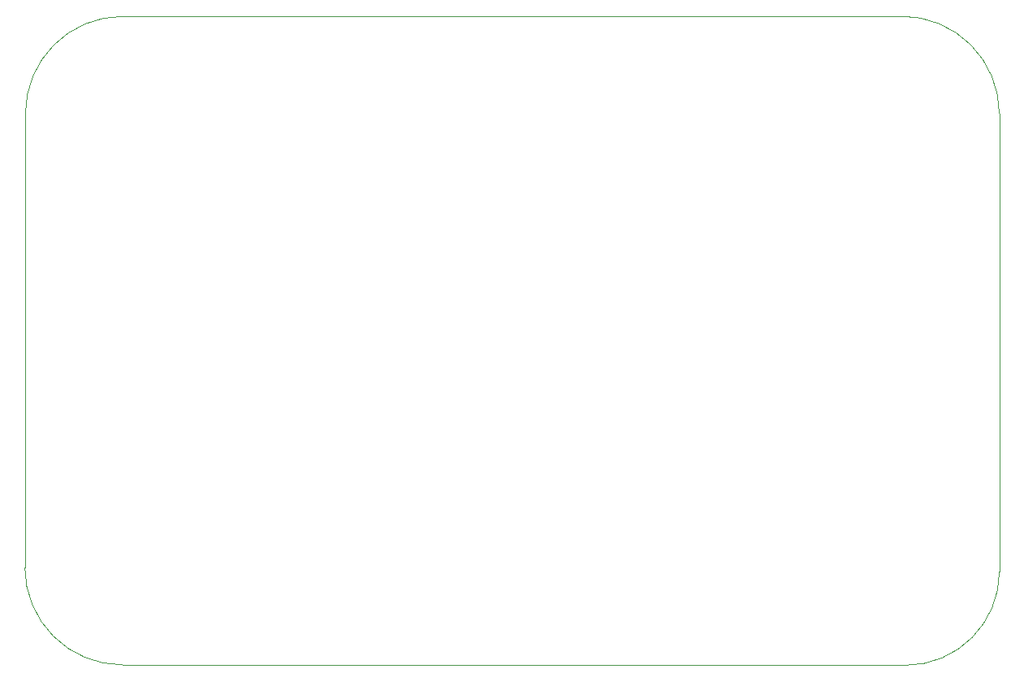
<source format=gbr>
%TF.GenerationSoftware,KiCad,Pcbnew,7.0.8-7.0.8~ubuntu22.04.1*%
%TF.CreationDate,2023-10-09T20:55:15-05:00*%
%TF.ProjectId,VCO_Test_Board,56434f5f-5465-4737-945f-426f6172642e,rev?*%
%TF.SameCoordinates,Original*%
%TF.FileFunction,Profile,NP*%
%FSLAX46Y46*%
G04 Gerber Fmt 4.6, Leading zero omitted, Abs format (unit mm)*
G04 Created by KiCad (PCBNEW 7.0.8-7.0.8~ubuntu22.04.1) date 2023-10-09 20:55:15*
%MOMM*%
%LPD*%
G01*
G04 APERTURE LIST*
%TA.AperFunction,Profile*%
%ADD10C,0.100000*%
%TD*%
G04 APERTURE END LIST*
D10*
X125670584Y-35551716D02*
G75*
G03*
X115510574Y-25391716I-10159984J16D01*
G01*
X34233463Y-93028520D02*
X115895090Y-93071952D01*
X115895090Y-93071951D02*
G75*
G03*
X125681091Y-83285951I0J9786001D01*
G01*
X125681091Y-83285951D02*
X125670574Y-35551716D01*
X34290000Y-25400000D02*
G75*
G03*
X24130000Y-35560000I0J-10160000D01*
G01*
X24073463Y-82868520D02*
X24130000Y-35560000D01*
X24073460Y-82868520D02*
G75*
G03*
X34233463Y-93028520I10160000J0D01*
G01*
X34290000Y-25400000D02*
X115570000Y-25400000D01*
M02*

</source>
